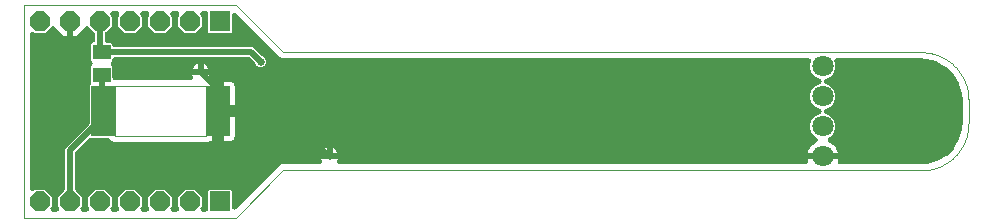
<source format=gbl>
G04 EAGLE Gerber RS-274X export*
G75*
%MOMM*%
%FSLAX34Y34*%
%LPD*%
%INBottom layer*%
%IPPOS*%
%AMOC8*
5,1,8,0,0,1.08239X$1,22.5*%
G01*
%ADD10C,0.000000*%
%ADD11R,1.500000X1.300000*%
%ADD12R,2.000000X4.200000*%
%ADD13R,1.676400X1.676400*%
%ADD14P,1.814519X8X292.500000*%
%ADD15C,1.800000*%
%ADD16C,0.654800*%
%ADD17C,0.508000*%

G36*
X53308Y5092D02*
X53308Y5092D01*
X53438Y5094D01*
X53532Y5112D01*
X53627Y5121D01*
X53753Y5155D01*
X53880Y5180D01*
X53970Y5214D01*
X54062Y5239D01*
X54179Y5295D01*
X54300Y5342D01*
X54382Y5392D01*
X54468Y5433D01*
X54574Y5508D01*
X54685Y5576D01*
X54757Y5639D01*
X54834Y5695D01*
X54925Y5788D01*
X55022Y5874D01*
X55082Y5949D01*
X55148Y6017D01*
X55221Y6125D01*
X55302Y6227D01*
X55347Y6311D01*
X55400Y6390D01*
X55453Y6509D01*
X55515Y6624D01*
X55544Y6715D01*
X55583Y6802D01*
X55614Y6929D01*
X55654Y7052D01*
X55667Y7147D01*
X55689Y7240D01*
X55697Y7369D01*
X55715Y7498D01*
X55711Y7594D01*
X55717Y7689D01*
X55702Y7818D01*
X55697Y7948D01*
X55676Y8041D01*
X55665Y8136D01*
X55627Y8261D01*
X55599Y8388D01*
X55562Y8476D01*
X55535Y8567D01*
X55476Y8683D01*
X55426Y8803D01*
X55374Y8883D01*
X55330Y8969D01*
X55252Y9072D01*
X55181Y9181D01*
X55095Y9279D01*
X55058Y9327D01*
X55025Y9358D01*
X54974Y9416D01*
X54693Y9697D01*
X54693Y17903D01*
X60497Y23707D01*
X68703Y23707D01*
X74507Y17903D01*
X74507Y9697D01*
X74226Y9416D01*
X74142Y9316D01*
X74052Y9223D01*
X73998Y9143D01*
X73937Y9070D01*
X73872Y8957D01*
X73800Y8850D01*
X73761Y8762D01*
X73713Y8679D01*
X73670Y8557D01*
X73617Y8438D01*
X73595Y8345D01*
X73563Y8255D01*
X73541Y8127D01*
X73511Y8000D01*
X73505Y7905D01*
X73489Y7811D01*
X73491Y7681D01*
X73483Y7551D01*
X73494Y7456D01*
X73495Y7361D01*
X73520Y7233D01*
X73535Y7104D01*
X73563Y7012D01*
X73581Y6918D01*
X73628Y6797D01*
X73665Y6673D01*
X73709Y6587D01*
X73743Y6498D01*
X73811Y6387D01*
X73870Y6271D01*
X73927Y6195D01*
X73977Y6114D01*
X74063Y6016D01*
X74142Y5913D01*
X74212Y5848D01*
X74275Y5776D01*
X74377Y5696D01*
X74473Y5607D01*
X74553Y5556D01*
X74628Y5497D01*
X74743Y5435D01*
X74853Y5366D01*
X74941Y5329D01*
X75025Y5284D01*
X75149Y5244D01*
X75269Y5195D01*
X75363Y5175D01*
X75453Y5145D01*
X75582Y5127D01*
X75709Y5100D01*
X75839Y5092D01*
X75899Y5084D01*
X75944Y5085D01*
X76021Y5081D01*
X78579Y5081D01*
X78708Y5092D01*
X78838Y5094D01*
X78932Y5112D01*
X79027Y5121D01*
X79153Y5155D01*
X79280Y5180D01*
X79370Y5214D01*
X79462Y5239D01*
X79579Y5295D01*
X79700Y5342D01*
X79782Y5392D01*
X79868Y5433D01*
X79974Y5508D01*
X80085Y5576D01*
X80157Y5639D01*
X80234Y5695D01*
X80325Y5788D01*
X80422Y5874D01*
X80482Y5949D01*
X80548Y6017D01*
X80621Y6125D01*
X80702Y6227D01*
X80747Y6311D01*
X80800Y6390D01*
X80853Y6509D01*
X80915Y6624D01*
X80944Y6715D01*
X80983Y6802D01*
X81014Y6929D01*
X81054Y7052D01*
X81067Y7147D01*
X81089Y7240D01*
X81097Y7369D01*
X81115Y7498D01*
X81111Y7594D01*
X81117Y7689D01*
X81102Y7818D01*
X81097Y7948D01*
X81076Y8041D01*
X81065Y8136D01*
X81027Y8261D01*
X80999Y8388D01*
X80962Y8476D01*
X80935Y8567D01*
X80876Y8683D01*
X80826Y8803D01*
X80774Y8883D01*
X80730Y8969D01*
X80652Y9072D01*
X80581Y9181D01*
X80495Y9279D01*
X80458Y9327D01*
X80425Y9358D01*
X80374Y9416D01*
X80093Y9697D01*
X80093Y17903D01*
X85897Y23707D01*
X94103Y23707D01*
X99907Y17903D01*
X99907Y9697D01*
X99626Y9416D01*
X99542Y9316D01*
X99452Y9223D01*
X99398Y9143D01*
X99337Y9070D01*
X99272Y8957D01*
X99200Y8850D01*
X99161Y8762D01*
X99113Y8679D01*
X99070Y8557D01*
X99017Y8438D01*
X98995Y8345D01*
X98963Y8255D01*
X98941Y8127D01*
X98911Y8000D01*
X98905Y7905D01*
X98889Y7811D01*
X98891Y7681D01*
X98883Y7551D01*
X98894Y7456D01*
X98895Y7361D01*
X98920Y7233D01*
X98935Y7104D01*
X98963Y7012D01*
X98981Y6918D01*
X99028Y6797D01*
X99065Y6673D01*
X99109Y6587D01*
X99143Y6498D01*
X99211Y6387D01*
X99270Y6271D01*
X99327Y6195D01*
X99377Y6114D01*
X99463Y6016D01*
X99542Y5913D01*
X99612Y5848D01*
X99675Y5776D01*
X99777Y5696D01*
X99873Y5607D01*
X99953Y5556D01*
X100028Y5497D01*
X100143Y5435D01*
X100253Y5366D01*
X100341Y5329D01*
X100425Y5284D01*
X100549Y5244D01*
X100669Y5195D01*
X100763Y5175D01*
X100853Y5145D01*
X100982Y5127D01*
X101109Y5100D01*
X101239Y5092D01*
X101299Y5084D01*
X101344Y5085D01*
X101421Y5081D01*
X103979Y5081D01*
X104108Y5092D01*
X104238Y5094D01*
X104332Y5112D01*
X104427Y5121D01*
X104553Y5155D01*
X104680Y5180D01*
X104770Y5214D01*
X104862Y5239D01*
X104979Y5295D01*
X105100Y5342D01*
X105182Y5392D01*
X105268Y5433D01*
X105374Y5508D01*
X105485Y5576D01*
X105557Y5639D01*
X105634Y5695D01*
X105725Y5788D01*
X105822Y5874D01*
X105882Y5949D01*
X105948Y6017D01*
X106021Y6125D01*
X106102Y6227D01*
X106147Y6311D01*
X106200Y6390D01*
X106253Y6509D01*
X106315Y6624D01*
X106344Y6715D01*
X106383Y6802D01*
X106414Y6929D01*
X106454Y7052D01*
X106467Y7147D01*
X106489Y7240D01*
X106497Y7369D01*
X106515Y7498D01*
X106511Y7594D01*
X106517Y7689D01*
X106502Y7818D01*
X106497Y7948D01*
X106476Y8041D01*
X106465Y8136D01*
X106427Y8261D01*
X106399Y8388D01*
X106362Y8476D01*
X106335Y8567D01*
X106276Y8683D01*
X106226Y8803D01*
X106174Y8883D01*
X106130Y8969D01*
X106052Y9072D01*
X105981Y9181D01*
X105895Y9279D01*
X105858Y9327D01*
X105825Y9358D01*
X105774Y9416D01*
X105493Y9697D01*
X105493Y17903D01*
X111297Y23707D01*
X119503Y23707D01*
X125307Y17903D01*
X125307Y9697D01*
X125026Y9416D01*
X124942Y9316D01*
X124852Y9223D01*
X124798Y9143D01*
X124737Y9070D01*
X124672Y8957D01*
X124600Y8850D01*
X124561Y8762D01*
X124513Y8679D01*
X124470Y8557D01*
X124417Y8438D01*
X124395Y8345D01*
X124363Y8255D01*
X124341Y8127D01*
X124311Y8000D01*
X124305Y7905D01*
X124289Y7811D01*
X124291Y7681D01*
X124283Y7551D01*
X124294Y7456D01*
X124295Y7361D01*
X124320Y7233D01*
X124335Y7104D01*
X124363Y7012D01*
X124381Y6918D01*
X124428Y6797D01*
X124465Y6673D01*
X124509Y6587D01*
X124543Y6498D01*
X124611Y6387D01*
X124670Y6271D01*
X124727Y6195D01*
X124777Y6114D01*
X124863Y6016D01*
X124942Y5913D01*
X125012Y5848D01*
X125075Y5776D01*
X125177Y5696D01*
X125273Y5607D01*
X125353Y5556D01*
X125428Y5497D01*
X125543Y5435D01*
X125653Y5366D01*
X125741Y5329D01*
X125825Y5284D01*
X125949Y5244D01*
X126069Y5195D01*
X126163Y5175D01*
X126253Y5145D01*
X126382Y5127D01*
X126509Y5100D01*
X126639Y5092D01*
X126699Y5084D01*
X126744Y5085D01*
X126821Y5081D01*
X129379Y5081D01*
X129508Y5092D01*
X129638Y5094D01*
X129732Y5112D01*
X129827Y5121D01*
X129953Y5155D01*
X130080Y5180D01*
X130170Y5214D01*
X130262Y5239D01*
X130379Y5295D01*
X130500Y5342D01*
X130582Y5392D01*
X130668Y5433D01*
X130774Y5508D01*
X130885Y5576D01*
X130957Y5639D01*
X131034Y5695D01*
X131125Y5788D01*
X131222Y5874D01*
X131282Y5949D01*
X131348Y6017D01*
X131421Y6125D01*
X131502Y6227D01*
X131547Y6311D01*
X131600Y6390D01*
X131653Y6509D01*
X131715Y6624D01*
X131744Y6715D01*
X131783Y6802D01*
X131814Y6929D01*
X131854Y7052D01*
X131867Y7147D01*
X131889Y7240D01*
X131897Y7369D01*
X131915Y7498D01*
X131911Y7594D01*
X131917Y7689D01*
X131902Y7818D01*
X131897Y7948D01*
X131876Y8041D01*
X131865Y8136D01*
X131827Y8261D01*
X131799Y8388D01*
X131762Y8476D01*
X131735Y8567D01*
X131676Y8683D01*
X131626Y8803D01*
X131574Y8883D01*
X131530Y8969D01*
X131452Y9072D01*
X131381Y9181D01*
X131295Y9279D01*
X131258Y9327D01*
X131225Y9358D01*
X131174Y9416D01*
X130893Y9697D01*
X130893Y17903D01*
X136697Y23707D01*
X144903Y23707D01*
X150707Y17903D01*
X150707Y9697D01*
X150426Y9416D01*
X150342Y9316D01*
X150252Y9223D01*
X150198Y9143D01*
X150137Y9070D01*
X150072Y8957D01*
X150000Y8850D01*
X149961Y8762D01*
X149913Y8679D01*
X149870Y8557D01*
X149817Y8438D01*
X149795Y8345D01*
X149763Y8255D01*
X149741Y8127D01*
X149711Y8000D01*
X149705Y7905D01*
X149689Y7811D01*
X149691Y7681D01*
X149683Y7551D01*
X149694Y7456D01*
X149695Y7361D01*
X149720Y7233D01*
X149735Y7104D01*
X149763Y7012D01*
X149781Y6918D01*
X149828Y6797D01*
X149865Y6673D01*
X149909Y6587D01*
X149943Y6498D01*
X150011Y6387D01*
X150070Y6271D01*
X150127Y6195D01*
X150177Y6114D01*
X150263Y6016D01*
X150342Y5913D01*
X150412Y5848D01*
X150475Y5776D01*
X150577Y5696D01*
X150673Y5607D01*
X150753Y5556D01*
X150828Y5497D01*
X150943Y5435D01*
X151053Y5366D01*
X151141Y5329D01*
X151225Y5284D01*
X151349Y5244D01*
X151469Y5195D01*
X151563Y5175D01*
X151653Y5145D01*
X151782Y5127D01*
X151909Y5100D01*
X152039Y5092D01*
X152099Y5084D01*
X152144Y5085D01*
X152221Y5081D01*
X153754Y5081D01*
X153789Y5084D01*
X153823Y5082D01*
X154012Y5104D01*
X154203Y5121D01*
X154236Y5130D01*
X154270Y5134D01*
X154453Y5189D01*
X154637Y5239D01*
X154668Y5254D01*
X154701Y5264D01*
X154872Y5351D01*
X155044Y5433D01*
X155072Y5453D01*
X155103Y5468D01*
X155255Y5584D01*
X155410Y5695D01*
X155434Y5720D01*
X155461Y5740D01*
X155590Y5880D01*
X155724Y6017D01*
X155743Y6046D01*
X155767Y6072D01*
X155869Y6233D01*
X155976Y6390D01*
X155990Y6422D01*
X156008Y6451D01*
X156081Y6628D01*
X156158Y6802D01*
X156166Y6836D01*
X156179Y6868D01*
X156219Y7055D01*
X156265Y7240D01*
X156267Y7274D01*
X156274Y7308D01*
X156293Y7620D01*
X156293Y22814D01*
X157186Y23707D01*
X175214Y23707D01*
X176107Y22814D01*
X176107Y9422D01*
X176118Y9293D01*
X176120Y9163D01*
X176138Y9069D01*
X176147Y8974D01*
X176181Y8848D01*
X176206Y8721D01*
X176240Y8631D01*
X176265Y8539D01*
X176321Y8422D01*
X176368Y8301D01*
X176418Y8219D01*
X176459Y8133D01*
X176534Y8027D01*
X176602Y7916D01*
X176665Y7844D01*
X176721Y7767D01*
X176814Y7676D01*
X176900Y7579D01*
X176975Y7519D01*
X177043Y7453D01*
X177151Y7380D01*
X177253Y7299D01*
X177337Y7254D01*
X177416Y7201D01*
X177535Y7148D01*
X177650Y7087D01*
X177741Y7057D01*
X177828Y7018D01*
X177955Y6987D01*
X178078Y6947D01*
X178173Y6934D01*
X178266Y6912D01*
X178395Y6904D01*
X178524Y6886D01*
X178620Y6890D01*
X178715Y6884D01*
X178844Y6899D01*
X178974Y6904D01*
X179067Y6925D01*
X179162Y6936D01*
X179287Y6974D01*
X179414Y7002D01*
X179502Y7039D01*
X179593Y7066D01*
X179709Y7125D01*
X179829Y7175D01*
X179910Y7227D01*
X179995Y7271D01*
X180098Y7349D01*
X180207Y7420D01*
X180305Y7506D01*
X180353Y7543D01*
X180384Y7576D01*
X180442Y7627D01*
X217122Y44307D01*
X218989Y45081D01*
X250231Y45081D01*
X250314Y45088D01*
X250396Y45086D01*
X250537Y45108D01*
X250680Y45121D01*
X250760Y45142D01*
X250841Y45155D01*
X250976Y45201D01*
X251114Y45239D01*
X251189Y45275D01*
X251267Y45301D01*
X251392Y45371D01*
X251521Y45433D01*
X251588Y45480D01*
X251660Y45521D01*
X251771Y45611D01*
X251887Y45695D01*
X251945Y45754D01*
X252008Y45806D01*
X252101Y45915D01*
X252201Y46017D01*
X252247Y46086D01*
X252301Y46148D01*
X252373Y46272D01*
X252453Y46390D01*
X252486Y46466D01*
X252528Y46537D01*
X252577Y46671D01*
X252635Y46802D01*
X252655Y46882D01*
X252683Y46960D01*
X252708Y47101D01*
X252742Y47240D01*
X252747Y47322D01*
X252761Y47403D01*
X252761Y47546D01*
X252770Y47689D01*
X252760Y47771D01*
X252760Y47853D01*
X252734Y47994D01*
X252718Y48136D01*
X252694Y48215D01*
X252679Y48296D01*
X252599Y48529D01*
X252587Y48567D01*
X252582Y48577D01*
X252577Y48592D01*
X252188Y49531D01*
X259080Y49531D01*
X265972Y49531D01*
X265583Y48592D01*
X265558Y48513D01*
X265525Y48438D01*
X265491Y48299D01*
X265448Y48162D01*
X265437Y48080D01*
X265418Y48000D01*
X265409Y47858D01*
X265391Y47715D01*
X265395Y47633D01*
X265390Y47551D01*
X265407Y47409D01*
X265414Y47266D01*
X265433Y47186D01*
X265442Y47104D01*
X265484Y46967D01*
X265516Y46827D01*
X265549Y46752D01*
X265573Y46673D01*
X265638Y46545D01*
X265694Y46414D01*
X265740Y46345D01*
X265777Y46271D01*
X265863Y46157D01*
X265942Y46038D01*
X265999Y45978D01*
X266049Y45913D01*
X266154Y45816D01*
X266253Y45712D01*
X266319Y45663D01*
X266380Y45607D01*
X266501Y45530D01*
X266616Y45446D01*
X266690Y45410D01*
X266760Y45366D01*
X266893Y45311D01*
X267021Y45248D01*
X267100Y45226D01*
X267176Y45195D01*
X267316Y45165D01*
X267454Y45125D01*
X267536Y45117D01*
X267617Y45100D01*
X267863Y45085D01*
X267902Y45081D01*
X267913Y45082D01*
X267929Y45081D01*
X661551Y45081D01*
X661759Y45099D01*
X661965Y45115D01*
X661982Y45119D01*
X662000Y45121D01*
X662200Y45175D01*
X662401Y45227D01*
X662417Y45235D01*
X662434Y45239D01*
X662621Y45328D01*
X662811Y45415D01*
X662825Y45425D01*
X662841Y45433D01*
X663010Y45553D01*
X663180Y45672D01*
X663192Y45684D01*
X663207Y45695D01*
X663352Y45844D01*
X663499Y45990D01*
X663509Y46005D01*
X663521Y46017D01*
X663638Y46190D01*
X663756Y46360D01*
X663763Y46376D01*
X663773Y46390D01*
X663857Y46581D01*
X663944Y46769D01*
X663948Y46786D01*
X663955Y46802D01*
X664004Y47004D01*
X664056Y47205D01*
X664058Y47223D01*
X664062Y47240D01*
X664074Y47446D01*
X664090Y47654D01*
X664088Y47672D01*
X664089Y47689D01*
X664065Y47895D01*
X664044Y48102D01*
X664039Y48122D01*
X664037Y48136D01*
X664024Y48181D01*
X663966Y48405D01*
X663857Y48741D01*
X663775Y49261D01*
X676600Y49261D01*
X689425Y49261D01*
X689343Y48741D01*
X689234Y48405D01*
X689187Y48201D01*
X689138Y48000D01*
X689137Y47983D01*
X689133Y47966D01*
X689123Y47758D01*
X689111Y47551D01*
X689113Y47534D01*
X689112Y47516D01*
X689138Y47311D01*
X689163Y47104D01*
X689168Y47087D01*
X689170Y47070D01*
X689232Y46873D01*
X689293Y46673D01*
X689301Y46657D01*
X689306Y46640D01*
X689403Y46456D01*
X689497Y46271D01*
X689508Y46258D01*
X689516Y46242D01*
X689644Y46078D01*
X689769Y45913D01*
X689782Y45901D01*
X689793Y45887D01*
X689947Y45748D01*
X690100Y45607D01*
X690115Y45598D01*
X690128Y45586D01*
X690305Y45477D01*
X690480Y45366D01*
X690496Y45359D01*
X690511Y45350D01*
X690705Y45273D01*
X690897Y45195D01*
X690914Y45191D01*
X690930Y45185D01*
X691133Y45144D01*
X691337Y45100D01*
X691358Y45099D01*
X691372Y45096D01*
X691418Y45095D01*
X691649Y45081D01*
X760000Y45081D01*
X760056Y45086D01*
X760166Y45086D01*
X764393Y45363D01*
X764484Y45378D01*
X764577Y45382D01*
X764783Y45424D01*
X764837Y45432D01*
X764856Y45439D01*
X764884Y45444D01*
X773048Y47632D01*
X773214Y47692D01*
X773381Y47746D01*
X773436Y47774D01*
X773471Y47787D01*
X773526Y47818D01*
X773661Y47886D01*
X780981Y52112D01*
X781125Y52213D01*
X781273Y52309D01*
X781319Y52349D01*
X781350Y52371D01*
X781394Y52416D01*
X781507Y52516D01*
X787484Y58493D01*
X787597Y58628D01*
X787715Y58758D01*
X787749Y58809D01*
X787773Y58838D01*
X787805Y58893D01*
X787888Y59019D01*
X792114Y66339D01*
X792188Y66498D01*
X792269Y66655D01*
X792288Y66714D01*
X792304Y66747D01*
X792320Y66808D01*
X792368Y66951D01*
X794556Y75116D01*
X794572Y75208D01*
X794597Y75297D01*
X794624Y75507D01*
X794633Y75560D01*
X794633Y75579D01*
X794637Y75607D01*
X794914Y79834D01*
X794913Y79890D01*
X794919Y80000D01*
X794919Y100000D01*
X794914Y100056D01*
X794914Y100166D01*
X794637Y104393D01*
X794622Y104484D01*
X794618Y104577D01*
X794576Y104783D01*
X794568Y104837D01*
X794561Y104856D01*
X794556Y104884D01*
X792368Y113048D01*
X792308Y113214D01*
X792254Y113381D01*
X792226Y113436D01*
X792213Y113471D01*
X792182Y113526D01*
X792114Y113661D01*
X787888Y120981D01*
X787787Y121125D01*
X787691Y121273D01*
X787651Y121319D01*
X787629Y121350D01*
X787584Y121394D01*
X787484Y121507D01*
X781507Y127484D01*
X781372Y127597D01*
X781242Y127715D01*
X781191Y127749D01*
X781162Y127773D01*
X781107Y127805D01*
X780981Y127888D01*
X773661Y132114D01*
X773502Y132188D01*
X773345Y132269D01*
X773286Y132288D01*
X773253Y132304D01*
X773192Y132320D01*
X773048Y132368D01*
X764884Y134556D01*
X764792Y134572D01*
X764702Y134597D01*
X764493Y134624D01*
X764440Y134633D01*
X764421Y134633D01*
X764393Y134637D01*
X760166Y134914D01*
X760110Y134913D01*
X760000Y134919D01*
X688926Y134919D01*
X688844Y134912D01*
X688762Y134914D01*
X688621Y134892D01*
X688478Y134879D01*
X688398Y134858D01*
X688317Y134845D01*
X688181Y134799D01*
X688043Y134761D01*
X687969Y134726D01*
X687891Y134699D01*
X687766Y134629D01*
X687637Y134567D01*
X687570Y134520D01*
X687498Y134479D01*
X687387Y134389D01*
X687270Y134305D01*
X687213Y134246D01*
X687149Y134194D01*
X687056Y134085D01*
X686956Y133983D01*
X686910Y133914D01*
X686857Y133852D01*
X686785Y133728D01*
X686704Y133610D01*
X686671Y133534D01*
X686629Y133463D01*
X686580Y133329D01*
X686522Y133198D01*
X686503Y133118D01*
X686474Y133040D01*
X686449Y132899D01*
X686415Y132760D01*
X686410Y132678D01*
X686396Y132597D01*
X686397Y132454D01*
X686388Y132311D01*
X686397Y132229D01*
X686398Y132147D01*
X686423Y132006D01*
X686440Y131864D01*
X686464Y131785D01*
X686479Y131704D01*
X686559Y131471D01*
X686570Y131433D01*
X686575Y131423D01*
X686580Y131408D01*
X687125Y130094D01*
X687125Y125906D01*
X685522Y122038D01*
X682562Y119078D01*
X679106Y117646D01*
X678990Y117586D01*
X678871Y117534D01*
X678791Y117482D01*
X678707Y117437D01*
X678604Y117358D01*
X678495Y117286D01*
X678426Y117220D01*
X678351Y117162D01*
X678263Y117065D01*
X678169Y116976D01*
X678113Y116898D01*
X678049Y116827D01*
X677980Y116717D01*
X677903Y116612D01*
X677861Y116526D01*
X677811Y116445D01*
X677763Y116324D01*
X677706Y116208D01*
X677680Y116116D01*
X677644Y116027D01*
X677618Y115899D01*
X677583Y115774D01*
X677573Y115679D01*
X677554Y115586D01*
X677551Y115456D01*
X677538Y115326D01*
X677546Y115231D01*
X677543Y115136D01*
X677563Y115007D01*
X677573Y114877D01*
X677598Y114785D01*
X677612Y114691D01*
X677655Y114567D01*
X677687Y114442D01*
X677728Y114355D01*
X677759Y114265D01*
X677822Y114151D01*
X677877Y114033D01*
X677931Y113955D01*
X677978Y113872D01*
X678060Y113771D01*
X678135Y113664D01*
X678203Y113597D01*
X678263Y113523D01*
X678362Y113439D01*
X678454Y113347D01*
X678533Y113293D01*
X678606Y113231D01*
X678718Y113165D01*
X678825Y113091D01*
X678942Y113034D01*
X678994Y113003D01*
X679036Y112988D01*
X679106Y112954D01*
X682562Y111522D01*
X685522Y108562D01*
X687125Y104694D01*
X687125Y100506D01*
X685522Y96638D01*
X682562Y93678D01*
X679106Y92246D01*
X678990Y92186D01*
X678871Y92134D01*
X678791Y92082D01*
X678706Y92037D01*
X678604Y91958D01*
X678495Y91886D01*
X678426Y91820D01*
X678351Y91762D01*
X678263Y91665D01*
X678169Y91575D01*
X678113Y91498D01*
X678049Y91427D01*
X677980Y91317D01*
X677903Y91212D01*
X677861Y91126D01*
X677811Y91045D01*
X677763Y90924D01*
X677706Y90808D01*
X677680Y90716D01*
X677644Y90627D01*
X677618Y90499D01*
X677583Y90374D01*
X677573Y90279D01*
X677554Y90186D01*
X677551Y90056D01*
X677538Y89926D01*
X677546Y89831D01*
X677543Y89736D01*
X677563Y89607D01*
X677573Y89477D01*
X677598Y89385D01*
X677612Y89291D01*
X677655Y89168D01*
X677687Y89042D01*
X677728Y88955D01*
X677759Y88865D01*
X677822Y88751D01*
X677877Y88633D01*
X677931Y88555D01*
X677978Y88472D01*
X678060Y88371D01*
X678135Y88264D01*
X678203Y88197D01*
X678263Y88123D01*
X678362Y88039D01*
X678454Y87947D01*
X678533Y87893D01*
X678606Y87831D01*
X678718Y87765D01*
X678825Y87691D01*
X678942Y87634D01*
X678994Y87603D01*
X679036Y87588D01*
X679106Y87554D01*
X682562Y86122D01*
X685522Y83162D01*
X687125Y79294D01*
X687125Y75106D01*
X685522Y71238D01*
X682562Y68278D01*
X682398Y68210D01*
X682371Y68196D01*
X682342Y68186D01*
X682172Y68092D01*
X681999Y68001D01*
X681974Y67982D01*
X681948Y67968D01*
X681797Y67845D01*
X681643Y67725D01*
X681622Y67703D01*
X681599Y67684D01*
X681471Y67536D01*
X681341Y67391D01*
X681325Y67365D01*
X681305Y67342D01*
X681206Y67174D01*
X681103Y67009D01*
X681092Y66981D01*
X681076Y66954D01*
X681008Y66771D01*
X680936Y66591D01*
X680930Y66561D01*
X680920Y66532D01*
X680885Y66341D01*
X680846Y66149D01*
X680845Y66119D01*
X680840Y66089D01*
X680840Y65895D01*
X680835Y65699D01*
X680840Y65669D01*
X680840Y65639D01*
X680874Y65447D01*
X680904Y65254D01*
X680914Y65226D01*
X680920Y65196D01*
X680987Y65013D01*
X681051Y64828D01*
X681065Y64802D01*
X681076Y64773D01*
X681175Y64605D01*
X681270Y64435D01*
X681289Y64412D01*
X681305Y64386D01*
X681432Y64237D01*
X681555Y64087D01*
X681578Y64067D01*
X681598Y64044D01*
X681750Y63921D01*
X681898Y63794D01*
X681924Y63779D01*
X681947Y63760D01*
X682217Y63601D01*
X683448Y62974D01*
X685111Y61765D01*
X686565Y60311D01*
X687774Y58648D01*
X688708Y56815D01*
X689343Y54859D01*
X689425Y54339D01*
X676600Y54339D01*
X663775Y54339D01*
X663857Y54859D01*
X664492Y56815D01*
X665426Y58648D01*
X666635Y60311D01*
X668089Y61765D01*
X669752Y62974D01*
X670983Y63601D01*
X671009Y63617D01*
X671037Y63629D01*
X671199Y63737D01*
X671365Y63840D01*
X671387Y63861D01*
X671413Y63878D01*
X671554Y64012D01*
X671698Y64143D01*
X671717Y64167D01*
X671739Y64188D01*
X671854Y64346D01*
X671973Y64500D01*
X671987Y64527D01*
X672005Y64552D01*
X672090Y64727D01*
X672180Y64900D01*
X672189Y64929D01*
X672202Y64956D01*
X672256Y65144D01*
X672313Y65330D01*
X672317Y65360D01*
X672325Y65389D01*
X672345Y65584D01*
X672368Y65777D01*
X672367Y65807D01*
X672370Y65837D01*
X672354Y66032D01*
X672344Y66226D01*
X672337Y66256D01*
X672335Y66286D01*
X672285Y66475D01*
X672240Y66664D01*
X672228Y66692D01*
X672221Y66722D01*
X672139Y66899D01*
X672061Y67078D01*
X672044Y67103D01*
X672031Y67130D01*
X671920Y67290D01*
X671812Y67452D01*
X671790Y67474D01*
X671773Y67499D01*
X671635Y67636D01*
X671500Y67777D01*
X671475Y67795D01*
X671454Y67817D01*
X671293Y67927D01*
X671136Y68042D01*
X671108Y68055D01*
X671083Y68072D01*
X670802Y68210D01*
X670638Y68278D01*
X667678Y71238D01*
X666075Y75106D01*
X666075Y79294D01*
X667678Y83162D01*
X670638Y86122D01*
X674094Y87554D01*
X674210Y87614D01*
X674329Y87666D01*
X674409Y87718D01*
X674493Y87763D01*
X674596Y87842D01*
X674705Y87914D01*
X674774Y87980D01*
X674849Y88038D01*
X674937Y88135D01*
X675031Y88224D01*
X675087Y88302D01*
X675151Y88373D01*
X675220Y88483D01*
X675297Y88588D01*
X675339Y88674D01*
X675389Y88755D01*
X675437Y88876D01*
X675494Y88992D01*
X675520Y89084D01*
X675556Y89173D01*
X675582Y89301D01*
X675617Y89426D01*
X675627Y89521D01*
X675646Y89614D01*
X675649Y89744D01*
X675662Y89874D01*
X675654Y89969D01*
X675657Y90064D01*
X675637Y90193D01*
X675627Y90323D01*
X675602Y90415D01*
X675588Y90509D01*
X675545Y90633D01*
X675513Y90758D01*
X675472Y90845D01*
X675441Y90935D01*
X675378Y91049D01*
X675323Y91167D01*
X675269Y91245D01*
X675222Y91328D01*
X675140Y91429D01*
X675065Y91536D01*
X674997Y91603D01*
X674937Y91677D01*
X674838Y91761D01*
X674746Y91853D01*
X674667Y91907D01*
X674594Y91969D01*
X674482Y92035D01*
X674375Y92109D01*
X674258Y92166D01*
X674206Y92197D01*
X674164Y92212D01*
X674094Y92246D01*
X670638Y93678D01*
X667678Y96638D01*
X666075Y100506D01*
X666075Y104694D01*
X667678Y108562D01*
X670638Y111522D01*
X674094Y112954D01*
X674210Y113014D01*
X674329Y113066D01*
X674409Y113118D01*
X674494Y113163D01*
X674596Y113242D01*
X674705Y113314D01*
X674774Y113380D01*
X674849Y113438D01*
X674937Y113535D01*
X675031Y113625D01*
X675087Y113702D01*
X675151Y113773D01*
X675220Y113883D01*
X675297Y113988D01*
X675339Y114074D01*
X675389Y114155D01*
X675437Y114276D01*
X675494Y114392D01*
X675520Y114484D01*
X675556Y114573D01*
X675582Y114701D01*
X675617Y114826D01*
X675627Y114921D01*
X675646Y115014D01*
X675649Y115144D01*
X675662Y115274D01*
X675654Y115369D01*
X675657Y115464D01*
X675637Y115593D01*
X675627Y115723D01*
X675602Y115815D01*
X675588Y115909D01*
X675545Y116032D01*
X675513Y116158D01*
X675472Y116245D01*
X675441Y116335D01*
X675378Y116449D01*
X675323Y116567D01*
X675269Y116645D01*
X675222Y116728D01*
X675140Y116829D01*
X675065Y116936D01*
X674997Y117003D01*
X674937Y117077D01*
X674838Y117161D01*
X674746Y117253D01*
X674667Y117307D01*
X674594Y117369D01*
X674482Y117435D01*
X674375Y117509D01*
X674258Y117566D01*
X674206Y117597D01*
X674164Y117612D01*
X674094Y117646D01*
X670638Y119078D01*
X667678Y122038D01*
X666075Y125906D01*
X666075Y130094D01*
X666620Y131408D01*
X666644Y131487D01*
X666678Y131562D01*
X666712Y131701D01*
X666755Y131838D01*
X666765Y131920D01*
X666785Y132000D01*
X666793Y132142D01*
X666811Y132285D01*
X666807Y132367D01*
X666812Y132449D01*
X666796Y132591D01*
X666788Y132734D01*
X666770Y132814D01*
X666760Y132896D01*
X666719Y133034D01*
X666686Y133173D01*
X666654Y133248D01*
X666630Y133327D01*
X666565Y133455D01*
X666508Y133586D01*
X666463Y133655D01*
X666425Y133729D01*
X666339Y133842D01*
X666260Y133962D01*
X666203Y134022D01*
X666153Y134087D01*
X666048Y134184D01*
X665949Y134288D01*
X665883Y134337D01*
X665822Y134393D01*
X665702Y134469D01*
X665586Y134554D01*
X665512Y134590D01*
X665443Y134634D01*
X665310Y134689D01*
X665182Y134752D01*
X665102Y134774D01*
X665026Y134805D01*
X664886Y134835D01*
X664748Y134875D01*
X664666Y134883D01*
X664586Y134900D01*
X664340Y134915D01*
X664300Y134919D01*
X664290Y134918D01*
X664274Y134919D01*
X218989Y134919D01*
X217122Y135693D01*
X180442Y172373D01*
X180342Y172457D01*
X180249Y172547D01*
X180169Y172601D01*
X180096Y172662D01*
X179983Y172727D01*
X179876Y172799D01*
X179788Y172838D01*
X179705Y172886D01*
X179583Y172929D01*
X179464Y172982D01*
X179371Y173004D01*
X179281Y173036D01*
X179152Y173058D01*
X179026Y173088D01*
X178931Y173094D01*
X178837Y173110D01*
X178706Y173108D01*
X178577Y173116D01*
X178482Y173105D01*
X178386Y173104D01*
X178259Y173079D01*
X178130Y173064D01*
X178038Y173036D01*
X177944Y173018D01*
X177823Y172971D01*
X177699Y172934D01*
X177614Y172890D01*
X177524Y172856D01*
X177413Y172788D01*
X177297Y172729D01*
X177221Y172672D01*
X177140Y172622D01*
X177042Y172536D01*
X176939Y172457D01*
X176874Y172387D01*
X176802Y172324D01*
X176722Y172222D01*
X176633Y172126D01*
X176582Y172046D01*
X176523Y171971D01*
X176462Y171856D01*
X176392Y171746D01*
X176355Y171658D01*
X176310Y171574D01*
X176270Y171450D01*
X176221Y171330D01*
X176201Y171236D01*
X176171Y171146D01*
X176153Y171017D01*
X176126Y170890D01*
X176118Y170760D01*
X176110Y170699D01*
X176111Y170655D01*
X176107Y170578D01*
X176107Y157186D01*
X175214Y156293D01*
X157186Y156293D01*
X156293Y157186D01*
X156293Y172380D01*
X156290Y172415D01*
X156292Y172449D01*
X156270Y172638D01*
X156253Y172829D01*
X156244Y172862D01*
X156240Y172896D01*
X156185Y173079D01*
X156135Y173263D01*
X156120Y173294D01*
X156110Y173327D01*
X156023Y173498D01*
X155941Y173670D01*
X155921Y173698D01*
X155906Y173729D01*
X155790Y173881D01*
X155679Y174036D01*
X155654Y174060D01*
X155634Y174087D01*
X155494Y174216D01*
X155357Y174350D01*
X155328Y174369D01*
X155302Y174393D01*
X155141Y174495D01*
X154984Y174602D01*
X154952Y174616D01*
X154923Y174634D01*
X154746Y174707D01*
X154572Y174784D01*
X154538Y174792D01*
X154506Y174805D01*
X154319Y174845D01*
X154134Y174891D01*
X154100Y174893D01*
X154066Y174900D01*
X153754Y174919D01*
X152221Y174919D01*
X152092Y174908D01*
X151962Y174906D01*
X151868Y174888D01*
X151773Y174879D01*
X151647Y174845D01*
X151520Y174820D01*
X151430Y174786D01*
X151338Y174761D01*
X151221Y174705D01*
X151100Y174658D01*
X151018Y174608D01*
X150932Y174567D01*
X150826Y174492D01*
X150715Y174424D01*
X150643Y174361D01*
X150566Y174305D01*
X150475Y174212D01*
X150378Y174126D01*
X150318Y174051D01*
X150252Y173983D01*
X150179Y173875D01*
X150098Y173773D01*
X150053Y173689D01*
X150000Y173610D01*
X149947Y173491D01*
X149885Y173376D01*
X149856Y173285D01*
X149817Y173198D01*
X149786Y173071D01*
X149746Y172948D01*
X149733Y172853D01*
X149711Y172760D01*
X149703Y172631D01*
X149685Y172502D01*
X149689Y172406D01*
X149683Y172311D01*
X149698Y172182D01*
X149703Y172052D01*
X149724Y171959D01*
X149735Y171864D01*
X149773Y171739D01*
X149801Y171612D01*
X149838Y171524D01*
X149865Y171433D01*
X149924Y171317D01*
X149974Y171197D01*
X150026Y171117D01*
X150070Y171031D01*
X150148Y170928D01*
X150219Y170819D01*
X150305Y170721D01*
X150342Y170673D01*
X150375Y170642D01*
X150426Y170584D01*
X150707Y170303D01*
X150707Y162097D01*
X144903Y156293D01*
X136697Y156293D01*
X130893Y162097D01*
X130893Y170303D01*
X131174Y170584D01*
X131258Y170684D01*
X131348Y170777D01*
X131402Y170857D01*
X131463Y170930D01*
X131528Y171043D01*
X131600Y171150D01*
X131639Y171238D01*
X131687Y171321D01*
X131730Y171443D01*
X131783Y171562D01*
X131805Y171655D01*
X131837Y171745D01*
X131859Y171873D01*
X131889Y172000D01*
X131895Y172095D01*
X131911Y172189D01*
X131909Y172319D01*
X131917Y172449D01*
X131906Y172544D01*
X131905Y172639D01*
X131880Y172767D01*
X131865Y172896D01*
X131837Y172988D01*
X131819Y173082D01*
X131772Y173203D01*
X131735Y173327D01*
X131691Y173413D01*
X131657Y173502D01*
X131589Y173613D01*
X131530Y173729D01*
X131473Y173805D01*
X131423Y173886D01*
X131337Y173984D01*
X131258Y174087D01*
X131188Y174152D01*
X131125Y174224D01*
X131023Y174304D01*
X130927Y174393D01*
X130847Y174444D01*
X130772Y174503D01*
X130657Y174565D01*
X130547Y174634D01*
X130459Y174671D01*
X130375Y174716D01*
X130251Y174756D01*
X130131Y174805D01*
X130037Y174825D01*
X129947Y174855D01*
X129818Y174873D01*
X129691Y174900D01*
X129561Y174908D01*
X129501Y174916D01*
X129456Y174915D01*
X129379Y174919D01*
X126821Y174919D01*
X126692Y174908D01*
X126562Y174906D01*
X126468Y174888D01*
X126373Y174879D01*
X126247Y174845D01*
X126120Y174820D01*
X126030Y174786D01*
X125938Y174761D01*
X125821Y174705D01*
X125700Y174658D01*
X125618Y174608D01*
X125532Y174567D01*
X125426Y174492D01*
X125315Y174424D01*
X125243Y174361D01*
X125166Y174305D01*
X125075Y174212D01*
X124978Y174126D01*
X124918Y174051D01*
X124852Y173983D01*
X124779Y173875D01*
X124698Y173773D01*
X124653Y173689D01*
X124600Y173610D01*
X124547Y173491D01*
X124485Y173376D01*
X124456Y173285D01*
X124417Y173198D01*
X124386Y173071D01*
X124346Y172948D01*
X124333Y172853D01*
X124311Y172760D01*
X124303Y172631D01*
X124285Y172502D01*
X124289Y172406D01*
X124283Y172311D01*
X124298Y172182D01*
X124303Y172052D01*
X124324Y171959D01*
X124335Y171864D01*
X124373Y171739D01*
X124401Y171612D01*
X124438Y171524D01*
X124465Y171433D01*
X124524Y171317D01*
X124574Y171197D01*
X124626Y171117D01*
X124670Y171031D01*
X124748Y170928D01*
X124819Y170819D01*
X124905Y170721D01*
X124942Y170673D01*
X124975Y170642D01*
X125026Y170584D01*
X125307Y170303D01*
X125307Y162097D01*
X119503Y156293D01*
X111297Y156293D01*
X105493Y162097D01*
X105493Y170303D01*
X105774Y170584D01*
X105858Y170684D01*
X105948Y170777D01*
X106002Y170857D01*
X106063Y170930D01*
X106128Y171043D01*
X106200Y171150D01*
X106239Y171238D01*
X106287Y171321D01*
X106330Y171443D01*
X106383Y171562D01*
X106405Y171655D01*
X106437Y171745D01*
X106459Y171873D01*
X106489Y172000D01*
X106495Y172095D01*
X106511Y172189D01*
X106509Y172319D01*
X106517Y172449D01*
X106506Y172544D01*
X106505Y172639D01*
X106480Y172767D01*
X106465Y172896D01*
X106437Y172988D01*
X106419Y173082D01*
X106372Y173203D01*
X106335Y173327D01*
X106291Y173413D01*
X106257Y173502D01*
X106189Y173613D01*
X106130Y173729D01*
X106073Y173805D01*
X106023Y173886D01*
X105937Y173984D01*
X105858Y174087D01*
X105788Y174152D01*
X105725Y174224D01*
X105623Y174304D01*
X105527Y174393D01*
X105447Y174444D01*
X105372Y174503D01*
X105257Y174565D01*
X105147Y174634D01*
X105059Y174671D01*
X104975Y174716D01*
X104851Y174756D01*
X104731Y174805D01*
X104637Y174825D01*
X104547Y174855D01*
X104418Y174873D01*
X104291Y174900D01*
X104161Y174908D01*
X104101Y174916D01*
X104056Y174915D01*
X103979Y174919D01*
X101421Y174919D01*
X101292Y174908D01*
X101162Y174906D01*
X101068Y174888D01*
X100973Y174879D01*
X100847Y174845D01*
X100720Y174820D01*
X100630Y174786D01*
X100538Y174761D01*
X100421Y174705D01*
X100300Y174658D01*
X100218Y174608D01*
X100132Y174567D01*
X100026Y174492D01*
X99915Y174424D01*
X99843Y174361D01*
X99766Y174305D01*
X99675Y174212D01*
X99578Y174126D01*
X99518Y174051D01*
X99452Y173983D01*
X99379Y173875D01*
X99298Y173773D01*
X99253Y173689D01*
X99200Y173610D01*
X99147Y173491D01*
X99085Y173376D01*
X99056Y173285D01*
X99017Y173198D01*
X98986Y173071D01*
X98946Y172948D01*
X98933Y172853D01*
X98911Y172760D01*
X98903Y172631D01*
X98885Y172502D01*
X98889Y172406D01*
X98883Y172311D01*
X98898Y172182D01*
X98903Y172052D01*
X98924Y171959D01*
X98935Y171864D01*
X98973Y171739D01*
X99001Y171612D01*
X99038Y171524D01*
X99065Y171433D01*
X99124Y171317D01*
X99174Y171197D01*
X99226Y171117D01*
X99270Y171031D01*
X99348Y170928D01*
X99419Y170819D01*
X99505Y170721D01*
X99542Y170673D01*
X99575Y170642D01*
X99626Y170584D01*
X99907Y170303D01*
X99907Y162097D01*
X94103Y156293D01*
X85897Y156293D01*
X80093Y162097D01*
X80093Y170303D01*
X80374Y170584D01*
X80458Y170684D01*
X80548Y170777D01*
X80602Y170857D01*
X80663Y170930D01*
X80728Y171043D01*
X80800Y171150D01*
X80839Y171238D01*
X80887Y171321D01*
X80930Y171443D01*
X80983Y171562D01*
X81005Y171655D01*
X81037Y171745D01*
X81059Y171873D01*
X81089Y172000D01*
X81095Y172095D01*
X81111Y172189D01*
X81109Y172319D01*
X81117Y172449D01*
X81106Y172544D01*
X81105Y172639D01*
X81080Y172767D01*
X81065Y172896D01*
X81037Y172988D01*
X81019Y173082D01*
X80972Y173203D01*
X80935Y173327D01*
X80891Y173413D01*
X80857Y173502D01*
X80789Y173613D01*
X80730Y173729D01*
X80673Y173805D01*
X80623Y173886D01*
X80537Y173984D01*
X80458Y174087D01*
X80388Y174152D01*
X80325Y174224D01*
X80223Y174304D01*
X80127Y174393D01*
X80047Y174444D01*
X79972Y174503D01*
X79857Y174565D01*
X79747Y174634D01*
X79659Y174671D01*
X79575Y174716D01*
X79451Y174756D01*
X79331Y174805D01*
X79237Y174825D01*
X79147Y174855D01*
X79018Y174873D01*
X78891Y174900D01*
X78761Y174908D01*
X78701Y174916D01*
X78656Y174915D01*
X78579Y174919D01*
X76021Y174919D01*
X75892Y174908D01*
X75762Y174906D01*
X75668Y174888D01*
X75573Y174879D01*
X75447Y174845D01*
X75320Y174820D01*
X75230Y174786D01*
X75138Y174761D01*
X75021Y174705D01*
X74900Y174658D01*
X74818Y174608D01*
X74732Y174567D01*
X74626Y174492D01*
X74515Y174424D01*
X74443Y174361D01*
X74366Y174305D01*
X74275Y174212D01*
X74178Y174126D01*
X74118Y174051D01*
X74052Y173983D01*
X73979Y173875D01*
X73898Y173773D01*
X73853Y173689D01*
X73800Y173610D01*
X73747Y173491D01*
X73685Y173376D01*
X73656Y173285D01*
X73617Y173198D01*
X73586Y173071D01*
X73546Y172948D01*
X73533Y172853D01*
X73511Y172760D01*
X73503Y172631D01*
X73485Y172502D01*
X73489Y172406D01*
X73483Y172311D01*
X73498Y172182D01*
X73503Y172052D01*
X73524Y171959D01*
X73535Y171864D01*
X73573Y171739D01*
X73601Y171612D01*
X73638Y171524D01*
X73665Y171433D01*
X73724Y171317D01*
X73774Y171197D01*
X73826Y171117D01*
X73870Y171031D01*
X73948Y170928D01*
X74019Y170819D01*
X74105Y170721D01*
X74142Y170673D01*
X74175Y170642D01*
X74226Y170584D01*
X74507Y170303D01*
X74507Y162097D01*
X69408Y156998D01*
X69303Y156872D01*
X69191Y156751D01*
X69159Y156700D01*
X69120Y156653D01*
X69038Y156510D01*
X68950Y156371D01*
X68926Y156315D01*
X68896Y156262D01*
X68841Y156107D01*
X68779Y155955D01*
X68766Y155895D01*
X68745Y155838D01*
X68719Y155675D01*
X68684Y155515D01*
X68679Y155438D01*
X68672Y155393D01*
X68673Y155332D01*
X68665Y155203D01*
X68665Y150624D01*
X68668Y150589D01*
X68666Y150555D01*
X68688Y150366D01*
X68705Y150175D01*
X68714Y150142D01*
X68718Y150108D01*
X68773Y149925D01*
X68823Y149741D01*
X68838Y149710D01*
X68848Y149677D01*
X68935Y149506D01*
X69017Y149334D01*
X69037Y149306D01*
X69052Y149275D01*
X69168Y149123D01*
X69279Y148968D01*
X69304Y148944D01*
X69324Y148917D01*
X69464Y148788D01*
X69601Y148654D01*
X69630Y148635D01*
X69656Y148611D01*
X69817Y148509D01*
X69974Y148402D01*
X70006Y148388D01*
X70035Y148370D01*
X70212Y148297D01*
X70386Y148220D01*
X70420Y148212D01*
X70452Y148199D01*
X70639Y148159D01*
X70824Y148113D01*
X70858Y148111D01*
X70892Y148104D01*
X71204Y148085D01*
X74192Y148085D01*
X75085Y147192D01*
X75085Y146664D01*
X75088Y146629D01*
X75086Y146595D01*
X75108Y146406D01*
X75125Y146215D01*
X75134Y146182D01*
X75138Y146148D01*
X75193Y145965D01*
X75243Y145781D01*
X75258Y145750D01*
X75268Y145717D01*
X75355Y145546D01*
X75437Y145374D01*
X75457Y145346D01*
X75472Y145315D01*
X75588Y145163D01*
X75699Y145008D01*
X75724Y144984D01*
X75744Y144957D01*
X75884Y144828D01*
X76021Y144694D01*
X76050Y144675D01*
X76076Y144651D01*
X76237Y144549D01*
X76394Y144442D01*
X76426Y144428D01*
X76455Y144410D01*
X76632Y144337D01*
X76806Y144260D01*
X76840Y144252D01*
X76872Y144239D01*
X77059Y144199D01*
X77244Y144153D01*
X77278Y144151D01*
X77312Y144144D01*
X77624Y144125D01*
X193489Y144125D01*
X194982Y143506D01*
X201229Y137259D01*
X201319Y137184D01*
X201402Y137102D01*
X201491Y137040D01*
X201574Y136970D01*
X201676Y136912D01*
X201772Y136846D01*
X201910Y136778D01*
X201965Y136747D01*
X202000Y136735D01*
X202053Y136709D01*
X203358Y136168D01*
X204708Y134818D01*
X205439Y133055D01*
X205439Y131145D01*
X204708Y129382D01*
X203358Y128032D01*
X201595Y127301D01*
X199685Y127301D01*
X197922Y128032D01*
X196572Y129382D01*
X196031Y130687D01*
X195977Y130791D01*
X195932Y130899D01*
X195873Y130990D01*
X195823Y131086D01*
X195751Y131179D01*
X195688Y131277D01*
X195586Y131392D01*
X195547Y131442D01*
X195520Y131467D01*
X195481Y131511D01*
X191740Y135252D01*
X191614Y135357D01*
X191493Y135469D01*
X191442Y135501D01*
X191395Y135540D01*
X191252Y135622D01*
X191113Y135710D01*
X191057Y135734D01*
X191004Y135764D01*
X190849Y135819D01*
X190697Y135881D01*
X190637Y135894D01*
X190579Y135915D01*
X190417Y135941D01*
X190256Y135976D01*
X190179Y135981D01*
X190135Y135988D01*
X190074Y135987D01*
X189945Y135995D01*
X77624Y135995D01*
X77589Y135992D01*
X77555Y135994D01*
X77366Y135972D01*
X77175Y135955D01*
X77142Y135946D01*
X77108Y135942D01*
X76925Y135887D01*
X76741Y135837D01*
X76710Y135822D01*
X76677Y135812D01*
X76506Y135725D01*
X76334Y135643D01*
X76306Y135623D01*
X76275Y135608D01*
X76123Y135492D01*
X75968Y135381D01*
X75944Y135356D01*
X75917Y135336D01*
X75788Y135196D01*
X75654Y135059D01*
X75635Y135030D01*
X75611Y135004D01*
X75509Y134843D01*
X75402Y134686D01*
X75388Y134654D01*
X75370Y134625D01*
X75297Y134448D01*
X75220Y134274D01*
X75212Y134240D01*
X75199Y134208D01*
X75159Y134021D01*
X75113Y133836D01*
X75111Y133802D01*
X75104Y133768D01*
X75085Y133456D01*
X75085Y132928D01*
X74512Y132356D01*
X74490Y132329D01*
X74464Y132306D01*
X74346Y132157D01*
X74223Y132010D01*
X74206Y131980D01*
X74184Y131953D01*
X74094Y131785D01*
X74000Y131619D01*
X73988Y131587D01*
X73972Y131556D01*
X73913Y131375D01*
X73849Y131195D01*
X73843Y131161D01*
X73832Y131128D01*
X73806Y130939D01*
X73775Y130751D01*
X73776Y130716D01*
X73771Y130682D01*
X73779Y130491D01*
X73781Y130301D01*
X73788Y130266D01*
X73789Y130232D01*
X73831Y130046D01*
X73867Y129858D01*
X73879Y129826D01*
X73887Y129792D01*
X73961Y129616D01*
X74029Y129438D01*
X74047Y129409D01*
X74061Y129377D01*
X74164Y129216D01*
X74263Y129054D01*
X74286Y129028D01*
X74305Y128999D01*
X74512Y128764D01*
X75085Y128192D01*
X75085Y118770D01*
X75088Y118735D01*
X75086Y118701D01*
X75108Y118512D01*
X75125Y118321D01*
X75134Y118288D01*
X75138Y118254D01*
X75193Y118071D01*
X75243Y117887D01*
X75258Y117856D01*
X75268Y117823D01*
X75355Y117652D01*
X75437Y117480D01*
X75457Y117452D01*
X75472Y117421D01*
X75588Y117269D01*
X75699Y117114D01*
X75724Y117090D01*
X75744Y117063D01*
X75884Y116934D01*
X76021Y116800D01*
X76050Y116781D01*
X76076Y116757D01*
X76237Y116655D01*
X76394Y116548D01*
X76426Y116534D01*
X76455Y116516D01*
X76632Y116443D01*
X76806Y116366D01*
X76840Y116358D01*
X76872Y116345D01*
X77059Y116305D01*
X77244Y116259D01*
X77278Y116257D01*
X77312Y116250D01*
X77624Y116231D01*
X140999Y116231D01*
X141081Y116238D01*
X141163Y116236D01*
X141305Y116258D01*
X141447Y116271D01*
X141527Y116292D01*
X141608Y116305D01*
X141744Y116351D01*
X141882Y116389D01*
X141956Y116424D01*
X142034Y116451D01*
X142160Y116521D01*
X142288Y116583D01*
X142355Y116630D01*
X142427Y116671D01*
X142538Y116761D01*
X142655Y116845D01*
X142712Y116904D01*
X142776Y116956D01*
X142869Y117065D01*
X142969Y117167D01*
X143015Y117236D01*
X143068Y117298D01*
X143140Y117422D01*
X143221Y117540D01*
X143254Y117616D01*
X143296Y117687D01*
X143345Y117821D01*
X143403Y117952D01*
X143422Y118032D01*
X143451Y118110D01*
X143476Y118251D01*
X143510Y118390D01*
X143515Y118472D01*
X143529Y118553D01*
X143528Y118696D01*
X143537Y118839D01*
X143528Y118921D01*
X143527Y119003D01*
X143502Y119144D01*
X143485Y119286D01*
X143461Y119365D01*
X143447Y119446D01*
X143367Y119679D01*
X143355Y119717D01*
X143350Y119727D01*
X143345Y119742D01*
X142968Y120651D01*
X149860Y120651D01*
X156752Y120651D01*
X156363Y119714D01*
X156101Y119321D01*
X156073Y119269D01*
X156038Y119222D01*
X155965Y119072D01*
X155885Y118926D01*
X155866Y118870D01*
X155841Y118817D01*
X155795Y118657D01*
X155742Y118499D01*
X155734Y118441D01*
X155718Y118384D01*
X155701Y118218D01*
X155677Y118053D01*
X155679Y117995D01*
X155673Y117936D01*
X155686Y117770D01*
X155691Y117603D01*
X155704Y117546D01*
X155708Y117487D01*
X155750Y117326D01*
X155785Y117163D01*
X155807Y117108D01*
X155822Y117052D01*
X155892Y116900D01*
X155955Y116746D01*
X155987Y116696D01*
X156011Y116643D01*
X156107Y116506D01*
X156197Y116365D01*
X156236Y116322D01*
X156270Y116274D01*
X156388Y116157D01*
X156501Y116034D01*
X156548Y115998D01*
X156589Y115957D01*
X156726Y115862D01*
X156859Y115761D01*
X156911Y115734D01*
X156960Y115701D01*
X157240Y115564D01*
X157617Y115408D01*
X157728Y115373D01*
X157836Y115329D01*
X157943Y115306D01*
X158046Y115273D01*
X158162Y115259D01*
X158277Y115234D01*
X158431Y115224D01*
X158493Y115217D01*
X158529Y115218D01*
X158589Y115215D01*
X159621Y115215D01*
X159621Y112859D01*
X159631Y112742D01*
X159631Y112626D01*
X159651Y112519D01*
X159661Y112410D01*
X159691Y112298D01*
X159701Y112247D01*
X159701Y92610D01*
X159704Y92576D01*
X159702Y92541D01*
X159724Y92352D01*
X159741Y92162D01*
X159750Y92128D01*
X159754Y92094D01*
X159809Y91911D01*
X159859Y91727D01*
X159874Y91696D01*
X159884Y91663D01*
X159971Y91492D01*
X160053Y91321D01*
X160073Y91293D01*
X160088Y91262D01*
X160204Y91110D01*
X160315Y90955D01*
X160340Y90930D01*
X160360Y90903D01*
X160500Y90774D01*
X160637Y90641D01*
X160666Y90621D01*
X160692Y90598D01*
X160853Y90495D01*
X161010Y90388D01*
X161042Y90374D01*
X161071Y90356D01*
X161248Y90283D01*
X161422Y90206D01*
X161456Y90198D01*
X161488Y90185D01*
X161643Y90152D01*
X161541Y90121D01*
X161357Y90071D01*
X161326Y90056D01*
X161293Y90046D01*
X161122Y89959D01*
X160950Y89877D01*
X160922Y89857D01*
X160891Y89841D01*
X160739Y89726D01*
X160584Y89615D01*
X160560Y89590D01*
X160533Y89569D01*
X160404Y89429D01*
X160270Y89292D01*
X160251Y89264D01*
X160227Y89238D01*
X160125Y89077D01*
X160018Y88919D01*
X160004Y88888D01*
X159986Y88858D01*
X159913Y88682D01*
X159836Y88508D01*
X159828Y88474D01*
X159815Y88442D01*
X159775Y88255D01*
X159729Y88070D01*
X159727Y88036D01*
X159720Y88002D01*
X159701Y87690D01*
X159701Y68052D01*
X159679Y67983D01*
X159665Y67867D01*
X159640Y67753D01*
X159630Y67599D01*
X159622Y67536D01*
X159624Y67500D01*
X159621Y67441D01*
X159621Y65085D01*
X158589Y65085D01*
X158472Y65075D01*
X158355Y65075D01*
X158249Y65055D01*
X158140Y65045D01*
X158027Y65015D01*
X157912Y64994D01*
X157766Y64943D01*
X157706Y64927D01*
X157673Y64911D01*
X157617Y64892D01*
X155631Y64069D01*
X76609Y64069D01*
X74742Y64843D01*
X73266Y66319D01*
X73207Y66435D01*
X73199Y66445D01*
X73193Y66457D01*
X73063Y66624D01*
X72935Y66793D01*
X72925Y66802D01*
X72917Y66813D01*
X72760Y66955D01*
X72604Y67099D01*
X72593Y67106D01*
X72583Y67114D01*
X72403Y67226D01*
X72224Y67340D01*
X72212Y67345D01*
X72201Y67352D01*
X72004Y67431D01*
X71808Y67511D01*
X71795Y67514D01*
X71783Y67519D01*
X71576Y67561D01*
X71367Y67606D01*
X71352Y67607D01*
X71341Y67609D01*
X71303Y67610D01*
X71056Y67625D01*
X56645Y67625D01*
X56482Y67611D01*
X56317Y67604D01*
X56258Y67591D01*
X56197Y67585D01*
X56038Y67542D01*
X55878Y67506D01*
X55821Y67483D01*
X55763Y67467D01*
X55614Y67396D01*
X55462Y67333D01*
X55411Y67300D01*
X55356Y67273D01*
X55222Y67178D01*
X55084Y67088D01*
X55026Y67037D01*
X54990Y67011D01*
X54947Y66968D01*
X54850Y66882D01*
X44008Y56040D01*
X43903Y55914D01*
X43791Y55793D01*
X43759Y55742D01*
X43720Y55695D01*
X43638Y55552D01*
X43550Y55413D01*
X43526Y55357D01*
X43496Y55304D01*
X43441Y55149D01*
X43379Y54997D01*
X43366Y54937D01*
X43345Y54879D01*
X43319Y54717D01*
X43284Y54556D01*
X43279Y54480D01*
X43272Y54435D01*
X43273Y54374D01*
X43265Y54245D01*
X43265Y24797D01*
X43279Y24634D01*
X43286Y24469D01*
X43299Y24410D01*
X43305Y24349D01*
X43348Y24190D01*
X43384Y24030D01*
X43407Y23973D01*
X43423Y23914D01*
X43494Y23766D01*
X43557Y23614D01*
X43590Y23563D01*
X43617Y23508D01*
X43712Y23374D01*
X43802Y23236D01*
X43853Y23178D01*
X43879Y23142D01*
X43922Y23099D01*
X44008Y23002D01*
X49107Y17903D01*
X49107Y9697D01*
X48826Y9416D01*
X48742Y9316D01*
X48652Y9223D01*
X48598Y9143D01*
X48537Y9070D01*
X48472Y8957D01*
X48400Y8850D01*
X48361Y8762D01*
X48313Y8679D01*
X48270Y8557D01*
X48217Y8438D01*
X48195Y8345D01*
X48163Y8255D01*
X48141Y8127D01*
X48111Y8000D01*
X48105Y7905D01*
X48089Y7811D01*
X48091Y7681D01*
X48083Y7551D01*
X48094Y7456D01*
X48095Y7361D01*
X48120Y7233D01*
X48135Y7104D01*
X48163Y7012D01*
X48181Y6918D01*
X48228Y6797D01*
X48265Y6673D01*
X48309Y6587D01*
X48343Y6498D01*
X48411Y6387D01*
X48470Y6271D01*
X48527Y6195D01*
X48577Y6114D01*
X48663Y6016D01*
X48742Y5913D01*
X48812Y5848D01*
X48875Y5776D01*
X48977Y5696D01*
X49073Y5607D01*
X49153Y5556D01*
X49228Y5497D01*
X49343Y5435D01*
X49453Y5366D01*
X49541Y5329D01*
X49625Y5284D01*
X49749Y5244D01*
X49869Y5195D01*
X49963Y5175D01*
X50053Y5145D01*
X50182Y5127D01*
X50309Y5100D01*
X50439Y5092D01*
X50499Y5084D01*
X50544Y5085D01*
X50621Y5081D01*
X53179Y5081D01*
X53308Y5092D01*
G37*
G36*
X27908Y5092D02*
X27908Y5092D01*
X28038Y5094D01*
X28132Y5112D01*
X28227Y5121D01*
X28353Y5155D01*
X28480Y5180D01*
X28570Y5214D01*
X28662Y5239D01*
X28779Y5295D01*
X28900Y5342D01*
X28982Y5392D01*
X29068Y5433D01*
X29174Y5508D01*
X29285Y5576D01*
X29357Y5639D01*
X29434Y5695D01*
X29525Y5788D01*
X29622Y5874D01*
X29682Y5949D01*
X29748Y6017D01*
X29821Y6125D01*
X29902Y6227D01*
X29947Y6311D01*
X30000Y6390D01*
X30053Y6509D01*
X30115Y6624D01*
X30144Y6715D01*
X30183Y6802D01*
X30214Y6929D01*
X30254Y7052D01*
X30267Y7147D01*
X30289Y7240D01*
X30297Y7369D01*
X30315Y7498D01*
X30311Y7594D01*
X30317Y7689D01*
X30302Y7818D01*
X30297Y7948D01*
X30276Y8041D01*
X30265Y8136D01*
X30227Y8261D01*
X30199Y8388D01*
X30162Y8476D01*
X30135Y8567D01*
X30076Y8683D01*
X30026Y8803D01*
X29974Y8883D01*
X29930Y8969D01*
X29852Y9072D01*
X29781Y9181D01*
X29695Y9279D01*
X29658Y9327D01*
X29625Y9358D01*
X29574Y9416D01*
X29293Y9697D01*
X29293Y17903D01*
X34392Y23002D01*
X34497Y23128D01*
X34609Y23249D01*
X34641Y23300D01*
X34680Y23347D01*
X34762Y23490D01*
X34850Y23629D01*
X34874Y23685D01*
X34904Y23738D01*
X34959Y23893D01*
X35021Y24045D01*
X35034Y24105D01*
X35055Y24162D01*
X35081Y24325D01*
X35116Y24485D01*
X35121Y24562D01*
X35128Y24607D01*
X35127Y24668D01*
X35135Y24797D01*
X35135Y57789D01*
X35754Y59282D01*
X55352Y78880D01*
X55457Y79006D01*
X55569Y79127D01*
X55601Y79178D01*
X55640Y79225D01*
X55722Y79368D01*
X55810Y79507D01*
X55834Y79563D01*
X55864Y79616D01*
X55919Y79771D01*
X55981Y79923D01*
X55994Y79983D01*
X56015Y80040D01*
X56041Y80203D01*
X56076Y80364D01*
X56081Y80440D01*
X56088Y80485D01*
X56087Y80546D01*
X56095Y80675D01*
X56095Y111782D01*
X56292Y111978D01*
X56397Y112104D01*
X56509Y112225D01*
X56541Y112276D01*
X56580Y112323D01*
X56662Y112466D01*
X56750Y112605D01*
X56774Y112661D01*
X56804Y112714D01*
X56859Y112869D01*
X56921Y113021D01*
X56934Y113081D01*
X56955Y113138D01*
X56981Y113301D01*
X57016Y113461D01*
X57021Y113538D01*
X57028Y113583D01*
X57027Y113644D01*
X57035Y113773D01*
X57035Y128192D01*
X57608Y128764D01*
X57630Y128791D01*
X57656Y128814D01*
X57775Y128963D01*
X57897Y129110D01*
X57914Y129140D01*
X57936Y129167D01*
X58026Y129335D01*
X58120Y129501D01*
X58132Y129533D01*
X58148Y129564D01*
X58207Y129745D01*
X58271Y129925D01*
X58277Y129959D01*
X58288Y129992D01*
X58314Y130181D01*
X58345Y130369D01*
X58344Y130404D01*
X58349Y130438D01*
X58341Y130629D01*
X58339Y130820D01*
X58332Y130854D01*
X58331Y130888D01*
X58289Y131074D01*
X58253Y131262D01*
X58241Y131294D01*
X58233Y131328D01*
X58160Y131503D01*
X58091Y131682D01*
X58073Y131711D01*
X58059Y131743D01*
X57956Y131903D01*
X57857Y132066D01*
X57834Y132092D01*
X57815Y132121D01*
X57608Y132356D01*
X57035Y132928D01*
X57035Y147192D01*
X57928Y148085D01*
X57996Y148085D01*
X58031Y148088D01*
X58065Y148086D01*
X58254Y148108D01*
X58445Y148125D01*
X58478Y148134D01*
X58512Y148138D01*
X58695Y148193D01*
X58879Y148243D01*
X58910Y148258D01*
X58943Y148268D01*
X59114Y148355D01*
X59286Y148437D01*
X59314Y148457D01*
X59345Y148472D01*
X59497Y148588D01*
X59652Y148699D01*
X59676Y148724D01*
X59703Y148744D01*
X59832Y148884D01*
X59966Y149021D01*
X59985Y149050D01*
X60009Y149076D01*
X60111Y149237D01*
X60218Y149394D01*
X60232Y149426D01*
X60250Y149455D01*
X60323Y149632D01*
X60400Y149806D01*
X60408Y149840D01*
X60421Y149872D01*
X60461Y150059D01*
X60507Y150244D01*
X60509Y150278D01*
X60516Y150312D01*
X60535Y150624D01*
X60535Y155203D01*
X60521Y155366D01*
X60514Y155531D01*
X60501Y155590D01*
X60495Y155651D01*
X60452Y155810D01*
X60416Y155970D01*
X60393Y156027D01*
X60377Y156086D01*
X60306Y156234D01*
X60243Y156386D01*
X60210Y156437D01*
X60183Y156492D01*
X60088Y156626D01*
X59998Y156764D01*
X59947Y156822D01*
X59921Y156858D01*
X59878Y156901D01*
X59792Y156998D01*
X55492Y161298D01*
X55465Y161320D01*
X55442Y161346D01*
X55293Y161465D01*
X55146Y161587D01*
X55116Y161604D01*
X55089Y161626D01*
X54921Y161716D01*
X54755Y161810D01*
X54723Y161822D01*
X54692Y161838D01*
X54511Y161897D01*
X54331Y161961D01*
X54297Y161967D01*
X54264Y161978D01*
X54075Y162004D01*
X53887Y162035D01*
X53852Y162034D01*
X53818Y162039D01*
X53627Y162031D01*
X53437Y162029D01*
X53403Y162022D01*
X53368Y162021D01*
X53182Y161979D01*
X52994Y161943D01*
X52962Y161931D01*
X52928Y161923D01*
X52753Y161850D01*
X52574Y161781D01*
X52545Y161763D01*
X52513Y161749D01*
X52353Y161646D01*
X52190Y161547D01*
X52164Y161524D01*
X52135Y161505D01*
X51901Y161298D01*
X44356Y153753D01*
X41739Y153753D01*
X41739Y166200D01*
X41736Y166234D01*
X41738Y166269D01*
X41716Y166458D01*
X41699Y166648D01*
X41690Y166682D01*
X41686Y166716D01*
X41631Y166899D01*
X41581Y167083D01*
X41566Y167114D01*
X41556Y167147D01*
X41469Y167318D01*
X41388Y167489D01*
X41367Y167517D01*
X41352Y167548D01*
X41236Y167700D01*
X41125Y167855D01*
X41101Y167879D01*
X41080Y167907D01*
X40940Y168036D01*
X40803Y168169D01*
X40774Y168189D01*
X40749Y168212D01*
X40588Y168315D01*
X40430Y168421D01*
X40398Y168435D01*
X40369Y168454D01*
X40192Y168526D01*
X40018Y168604D01*
X39984Y168612D01*
X39952Y168625D01*
X39766Y168665D01*
X39580Y168710D01*
X39546Y168712D01*
X39512Y168720D01*
X39200Y168739D01*
X39165Y168736D01*
X39131Y168738D01*
X38941Y168716D01*
X38751Y168699D01*
X38718Y168690D01*
X38684Y168686D01*
X38501Y168631D01*
X38317Y168580D01*
X38286Y168566D01*
X38253Y168556D01*
X38082Y168469D01*
X37910Y168387D01*
X37882Y168367D01*
X37851Y168351D01*
X37699Y168236D01*
X37544Y168125D01*
X37520Y168100D01*
X37492Y168079D01*
X37363Y167939D01*
X37230Y167802D01*
X37211Y167774D01*
X37187Y167748D01*
X37085Y167587D01*
X36978Y167429D01*
X36964Y167398D01*
X36945Y167368D01*
X36873Y167192D01*
X36796Y167017D01*
X36788Y166984D01*
X36775Y166952D01*
X36734Y166765D01*
X36689Y166580D01*
X36687Y166546D01*
X36680Y166512D01*
X36661Y166200D01*
X36661Y153753D01*
X34044Y153753D01*
X26499Y161298D01*
X26473Y161321D01*
X26450Y161346D01*
X26301Y161464D01*
X26154Y161587D01*
X26124Y161604D01*
X26097Y161626D01*
X25929Y161716D01*
X25763Y161810D01*
X25731Y161822D01*
X25700Y161838D01*
X25519Y161897D01*
X25339Y161961D01*
X25305Y161967D01*
X25272Y161978D01*
X25083Y162004D01*
X24895Y162035D01*
X24860Y162034D01*
X24826Y162039D01*
X24635Y162031D01*
X24444Y162029D01*
X24410Y162022D01*
X24376Y162021D01*
X24190Y161979D01*
X24002Y161943D01*
X23970Y161931D01*
X23936Y161923D01*
X23761Y161850D01*
X23582Y161781D01*
X23553Y161763D01*
X23521Y161749D01*
X23361Y161646D01*
X23198Y161547D01*
X23172Y161524D01*
X23143Y161505D01*
X22908Y161298D01*
X17903Y156293D01*
X9697Y156293D01*
X9416Y156574D01*
X9316Y156658D01*
X9223Y156748D01*
X9143Y156802D01*
X9070Y156863D01*
X8957Y156928D01*
X8850Y157000D01*
X8762Y157039D01*
X8679Y157087D01*
X8557Y157130D01*
X8438Y157183D01*
X8345Y157205D01*
X8255Y157237D01*
X8127Y157259D01*
X8000Y157289D01*
X7905Y157295D01*
X7811Y157311D01*
X7681Y157309D01*
X7551Y157317D01*
X7456Y157306D01*
X7361Y157305D01*
X7233Y157280D01*
X7104Y157265D01*
X7012Y157237D01*
X6918Y157219D01*
X6797Y157172D01*
X6673Y157135D01*
X6587Y157091D01*
X6498Y157057D01*
X6387Y156989D01*
X6271Y156930D01*
X6195Y156873D01*
X6114Y156823D01*
X6016Y156737D01*
X5913Y156658D01*
X5848Y156588D01*
X5776Y156525D01*
X5696Y156423D01*
X5607Y156327D01*
X5556Y156247D01*
X5497Y156172D01*
X5435Y156057D01*
X5366Y155947D01*
X5329Y155859D01*
X5284Y155775D01*
X5244Y155651D01*
X5195Y155531D01*
X5175Y155437D01*
X5145Y155347D01*
X5127Y155218D01*
X5100Y155091D01*
X5092Y154961D01*
X5084Y154901D01*
X5085Y154856D01*
X5081Y154779D01*
X5081Y25221D01*
X5092Y25092D01*
X5094Y24962D01*
X5112Y24868D01*
X5121Y24773D01*
X5155Y24647D01*
X5180Y24520D01*
X5214Y24430D01*
X5239Y24338D01*
X5295Y24221D01*
X5342Y24100D01*
X5392Y24018D01*
X5433Y23932D01*
X5508Y23826D01*
X5576Y23715D01*
X5639Y23643D01*
X5695Y23566D01*
X5788Y23475D01*
X5874Y23378D01*
X5949Y23318D01*
X6017Y23252D01*
X6125Y23179D01*
X6227Y23098D01*
X6311Y23053D01*
X6390Y23000D01*
X6509Y22947D01*
X6624Y22885D01*
X6715Y22856D01*
X6802Y22817D01*
X6929Y22786D01*
X7052Y22746D01*
X7147Y22733D01*
X7240Y22711D01*
X7369Y22703D01*
X7498Y22685D01*
X7594Y22689D01*
X7689Y22683D01*
X7818Y22698D01*
X7948Y22703D01*
X8041Y22724D01*
X8136Y22735D01*
X8261Y22773D01*
X8388Y22801D01*
X8476Y22838D01*
X8567Y22865D01*
X8683Y22924D01*
X8803Y22974D01*
X8883Y23026D01*
X8969Y23070D01*
X9072Y23148D01*
X9181Y23219D01*
X9279Y23305D01*
X9327Y23342D01*
X9358Y23375D01*
X9416Y23426D01*
X9697Y23707D01*
X17903Y23707D01*
X23707Y17903D01*
X23707Y9697D01*
X23426Y9416D01*
X23342Y9316D01*
X23252Y9223D01*
X23198Y9143D01*
X23137Y9070D01*
X23072Y8957D01*
X23000Y8850D01*
X22961Y8762D01*
X22913Y8679D01*
X22870Y8557D01*
X22817Y8438D01*
X22795Y8345D01*
X22763Y8255D01*
X22741Y8127D01*
X22711Y8000D01*
X22705Y7905D01*
X22689Y7811D01*
X22691Y7681D01*
X22683Y7551D01*
X22694Y7456D01*
X22695Y7361D01*
X22720Y7233D01*
X22735Y7104D01*
X22763Y7012D01*
X22781Y6918D01*
X22828Y6797D01*
X22865Y6673D01*
X22909Y6587D01*
X22943Y6498D01*
X23011Y6387D01*
X23070Y6271D01*
X23127Y6195D01*
X23177Y6114D01*
X23263Y6016D01*
X23342Y5913D01*
X23412Y5848D01*
X23475Y5776D01*
X23577Y5696D01*
X23673Y5607D01*
X23753Y5556D01*
X23828Y5497D01*
X23943Y5435D01*
X24053Y5366D01*
X24141Y5329D01*
X24225Y5284D01*
X24349Y5244D01*
X24469Y5195D01*
X24563Y5175D01*
X24653Y5145D01*
X24782Y5127D01*
X24909Y5100D01*
X25039Y5092D01*
X25099Y5084D01*
X25144Y5085D01*
X25221Y5081D01*
X27779Y5081D01*
X27908Y5092D01*
G37*
%LPC*%
G36*
X169619Y95149D02*
X169619Y95149D01*
X169619Y115215D01*
X175020Y115215D01*
X175806Y115059D01*
X176545Y114752D01*
X177211Y114307D01*
X177777Y113741D01*
X178222Y113075D01*
X178529Y112336D01*
X178685Y111550D01*
X178685Y95149D01*
X169619Y95149D01*
G37*
%LPD*%
%LPC*%
G36*
X169619Y65085D02*
X169619Y65085D01*
X169619Y85151D01*
X178685Y85151D01*
X178685Y68750D01*
X178529Y67964D01*
X178222Y67225D01*
X177777Y66559D01*
X177211Y65993D01*
X176545Y65548D01*
X175806Y65241D01*
X175020Y65085D01*
X169619Y65085D01*
G37*
%LPD*%
%LPC*%
G36*
X152399Y125729D02*
X152399Y125729D01*
X152399Y130082D01*
X153336Y129693D01*
X154538Y128890D01*
X155560Y127868D01*
X156363Y126666D01*
X156752Y125729D01*
X152399Y125729D01*
G37*
%LPD*%
%LPC*%
G36*
X261619Y54609D02*
X261619Y54609D01*
X261619Y58962D01*
X262556Y58573D01*
X263758Y57770D01*
X264780Y56748D01*
X265583Y55546D01*
X265972Y54609D01*
X261619Y54609D01*
G37*
%LPD*%
%LPC*%
G36*
X142968Y125729D02*
X142968Y125729D01*
X143357Y126666D01*
X144160Y127868D01*
X145182Y128890D01*
X146384Y129693D01*
X147321Y130082D01*
X147321Y125729D01*
X142968Y125729D01*
G37*
%LPD*%
%LPC*%
G36*
X252188Y54609D02*
X252188Y54609D01*
X252577Y55546D01*
X253380Y56748D01*
X254402Y57770D01*
X255604Y58573D01*
X256541Y58962D01*
X256541Y54609D01*
X252188Y54609D01*
G37*
%LPD*%
D10*
X0Y0D02*
X180000Y0D01*
X220000Y40000D02*
X760000Y40000D01*
X760967Y40012D01*
X761933Y40047D01*
X762897Y40105D01*
X763861Y40187D01*
X764821Y40292D01*
X765780Y40420D01*
X766734Y40571D01*
X767685Y40745D01*
X768631Y40942D01*
X769573Y41162D01*
X770508Y41405D01*
X771438Y41670D01*
X772361Y41958D01*
X773276Y42268D01*
X774184Y42599D01*
X775084Y42953D01*
X775975Y43328D01*
X776856Y43725D01*
X777728Y44143D01*
X778589Y44582D01*
X779439Y45041D01*
X780278Y45521D01*
X781106Y46021D01*
X781921Y46541D01*
X782723Y47081D01*
X783511Y47639D01*
X784287Y48217D01*
X785047Y48813D01*
X785794Y49427D01*
X786525Y50060D01*
X787241Y50709D01*
X787940Y51376D01*
X788624Y52060D01*
X789291Y52759D01*
X789940Y53475D01*
X790573Y54206D01*
X791187Y54953D01*
X791783Y55713D01*
X792361Y56489D01*
X792919Y57277D01*
X793459Y58079D01*
X793979Y58894D01*
X794479Y59722D01*
X794959Y60561D01*
X795418Y61411D01*
X795857Y62272D01*
X796275Y63144D01*
X796672Y64025D01*
X797047Y64916D01*
X797401Y65816D01*
X797732Y66724D01*
X798042Y67639D01*
X798330Y68562D01*
X798595Y69492D01*
X798838Y70427D01*
X799058Y71369D01*
X799255Y72315D01*
X799429Y73266D01*
X799580Y74220D01*
X799708Y75179D01*
X799813Y76139D01*
X799895Y77103D01*
X799953Y78067D01*
X799988Y79033D01*
X800000Y80000D01*
X800000Y100000D01*
X799988Y100967D01*
X799953Y101933D01*
X799895Y102897D01*
X799813Y103861D01*
X799708Y104821D01*
X799580Y105780D01*
X799429Y106734D01*
X799255Y107685D01*
X799058Y108631D01*
X798838Y109573D01*
X798595Y110508D01*
X798330Y111438D01*
X798042Y112361D01*
X797732Y113276D01*
X797401Y114184D01*
X797047Y115084D01*
X796672Y115975D01*
X796275Y116856D01*
X795857Y117728D01*
X795418Y118589D01*
X794959Y119439D01*
X794479Y120278D01*
X793979Y121106D01*
X793459Y121921D01*
X792919Y122723D01*
X792361Y123511D01*
X791783Y124287D01*
X791187Y125047D01*
X790573Y125794D01*
X789940Y126525D01*
X789291Y127241D01*
X788624Y127940D01*
X787940Y128624D01*
X787241Y129291D01*
X786525Y129940D01*
X785794Y130573D01*
X785047Y131187D01*
X784287Y131783D01*
X783511Y132361D01*
X782723Y132919D01*
X781921Y133459D01*
X781106Y133979D01*
X780278Y134479D01*
X779439Y134959D01*
X778589Y135418D01*
X777728Y135857D01*
X776856Y136275D01*
X775975Y136672D01*
X775084Y137047D01*
X774184Y137401D01*
X773276Y137732D01*
X772361Y138042D01*
X771438Y138330D01*
X770508Y138595D01*
X769573Y138838D01*
X768631Y139058D01*
X767685Y139255D01*
X766734Y139429D01*
X765780Y139580D01*
X764821Y139708D01*
X763861Y139813D01*
X762897Y139895D01*
X761933Y139953D01*
X760967Y139988D01*
X760000Y140000D01*
X220000Y140000D01*
X180000Y180000D02*
X0Y180000D01*
X0Y0D01*
X180000Y180000D02*
X220000Y140000D01*
X220000Y40000D02*
X180000Y0D01*
D11*
X66060Y140060D03*
X66060Y121060D03*
D10*
X77620Y69150D02*
X154620Y69150D01*
X154620Y111150D01*
X77620Y111150D01*
X77620Y69150D01*
D12*
X67620Y90150D03*
X164620Y90150D03*
D13*
X166200Y166200D03*
D14*
X140800Y166200D03*
X115400Y166200D03*
X90000Y166200D03*
X64600Y166200D03*
X39200Y166200D03*
X13800Y166200D03*
D13*
X166200Y13800D03*
D14*
X140800Y13800D03*
X115400Y13800D03*
X90000Y13800D03*
X64600Y13800D03*
X39200Y13800D03*
X13800Y13800D03*
D15*
X676600Y128000D03*
X676600Y102600D03*
X676600Y51800D03*
D16*
X149860Y123190D03*
D17*
X164620Y108430D01*
X164620Y90150D01*
X167180Y92710D01*
X217170Y92710D01*
X257810Y52070D01*
X259080Y52070D01*
D16*
X259080Y52070D03*
X200640Y132100D03*
D17*
X66060Y140060D02*
X64600Y141520D01*
X64600Y166200D01*
X66060Y140060D02*
X192680Y140060D01*
X200640Y132100D01*
X66060Y121060D02*
X66060Y91710D01*
X67620Y90150D01*
X67620Y85400D01*
X39200Y56980D02*
X39200Y13800D01*
X39200Y56980D02*
X67620Y85400D01*
D15*
X676600Y77200D03*
M02*

</source>
